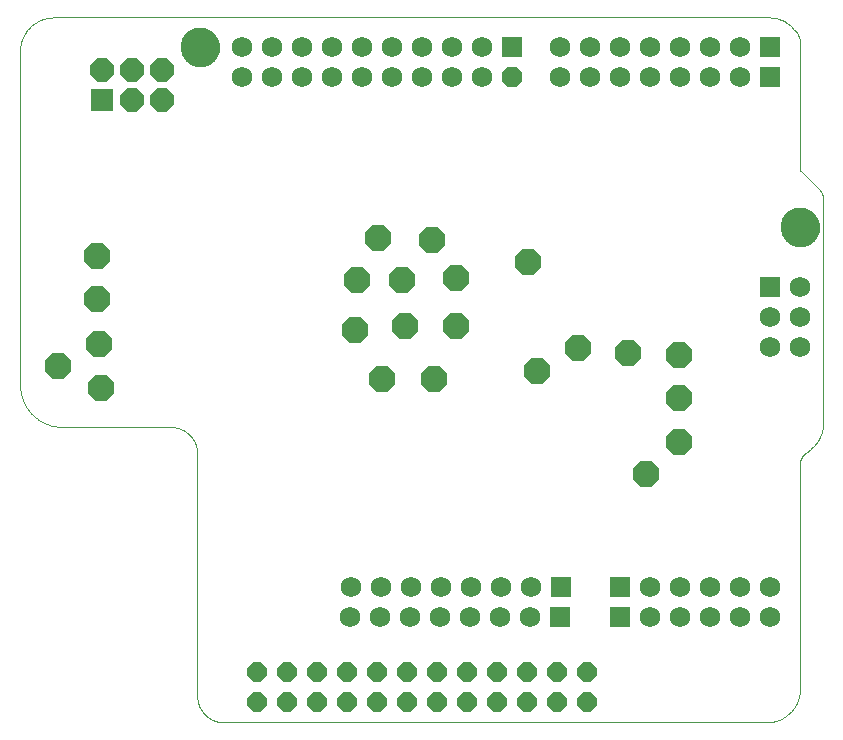
<source format=gts>
G75*
%MOIN*%
%OFA0B0*%
%FSLAX25Y25*%
%IPPOS*%
%LPD*%
%AMOC8*
5,1,8,0,0,1.08239X$1,22.5*
%
%ADD10C,0.00000*%
%ADD11R,0.06900X0.06900*%
%ADD12C,0.06900*%
%ADD13C,0.13000*%
%ADD14R,0.07800X0.07800*%
%ADD15OC8,0.07800*%
%ADD16OC8,0.06400*%
%ADD17OC8,0.06900*%
%ADD18OC8,0.08900*%
D10*
X0064055Y0010103D02*
X0064055Y0090922D01*
X0064052Y0091135D01*
X0064045Y0091347D01*
X0064032Y0091560D01*
X0064014Y0091772D01*
X0063991Y0091983D01*
X0063963Y0092194D01*
X0063929Y0092404D01*
X0063891Y0092613D01*
X0063848Y0092822D01*
X0063799Y0093029D01*
X0063746Y0093235D01*
X0063687Y0093439D01*
X0063624Y0093642D01*
X0063556Y0093844D01*
X0063483Y0094044D01*
X0063405Y0094242D01*
X0063323Y0094438D01*
X0063235Y0094632D01*
X0063143Y0094823D01*
X0063047Y0095013D01*
X0062946Y0095200D01*
X0062840Y0095385D01*
X0062730Y0095567D01*
X0062615Y0095746D01*
X0062497Y0095923D01*
X0062374Y0096096D01*
X0062247Y0096267D01*
X0062115Y0096434D01*
X0061980Y0096599D01*
X0061841Y0096759D01*
X0061698Y0096917D01*
X0061551Y0097071D01*
X0061401Y0097221D01*
X0061247Y0097368D01*
X0061089Y0097511D01*
X0060929Y0097650D01*
X0060764Y0097785D01*
X0060597Y0097917D01*
X0060426Y0098044D01*
X0060253Y0098167D01*
X0060076Y0098285D01*
X0059897Y0098400D01*
X0059715Y0098510D01*
X0059530Y0098616D01*
X0059343Y0098717D01*
X0059153Y0098813D01*
X0058962Y0098905D01*
X0058768Y0098993D01*
X0058572Y0099075D01*
X0058374Y0099153D01*
X0058174Y0099226D01*
X0057972Y0099294D01*
X0057769Y0099357D01*
X0057565Y0099416D01*
X0057359Y0099469D01*
X0057152Y0099518D01*
X0056943Y0099561D01*
X0056734Y0099599D01*
X0056524Y0099633D01*
X0056313Y0099661D01*
X0056102Y0099684D01*
X0055890Y0099702D01*
X0055677Y0099715D01*
X0055465Y0099722D01*
X0055252Y0099725D01*
X0019195Y0099725D01*
X0018852Y0099729D01*
X0018509Y0099742D01*
X0018167Y0099762D01*
X0017825Y0099791D01*
X0017484Y0099828D01*
X0017144Y0099874D01*
X0016805Y0099928D01*
X0016468Y0099989D01*
X0016132Y0100059D01*
X0015798Y0100137D01*
X0015466Y0100224D01*
X0015136Y0100318D01*
X0014809Y0100420D01*
X0014484Y0100530D01*
X0014161Y0100647D01*
X0013842Y0100773D01*
X0013526Y0100906D01*
X0013213Y0101047D01*
X0012904Y0101195D01*
X0012598Y0101351D01*
X0012296Y0101514D01*
X0011999Y0101684D01*
X0011705Y0101862D01*
X0011416Y0102046D01*
X0011131Y0102238D01*
X0010851Y0102436D01*
X0010576Y0102641D01*
X0010306Y0102853D01*
X0010041Y0103071D01*
X0009782Y0103295D01*
X0009528Y0103525D01*
X0009280Y0103762D01*
X0009037Y0104005D01*
X0008800Y0104253D01*
X0008570Y0104507D01*
X0008346Y0104766D01*
X0008128Y0105031D01*
X0007916Y0105301D01*
X0007711Y0105576D01*
X0007513Y0105856D01*
X0007321Y0106141D01*
X0007137Y0106430D01*
X0006959Y0106724D01*
X0006789Y0107021D01*
X0006626Y0107323D01*
X0006470Y0107629D01*
X0006322Y0107938D01*
X0006181Y0108251D01*
X0006048Y0108567D01*
X0005922Y0108886D01*
X0005805Y0109209D01*
X0005695Y0109534D01*
X0005593Y0109861D01*
X0005499Y0110191D01*
X0005412Y0110523D01*
X0005334Y0110857D01*
X0005264Y0111193D01*
X0005203Y0111530D01*
X0005149Y0111869D01*
X0005103Y0112209D01*
X0005066Y0112550D01*
X0005037Y0112892D01*
X0005017Y0113234D01*
X0005004Y0113577D01*
X0005000Y0113920D01*
X0005000Y0225098D01*
X0005003Y0225368D01*
X0005013Y0225637D01*
X0005029Y0225907D01*
X0005052Y0226175D01*
X0005081Y0226444D01*
X0005117Y0226711D01*
X0005159Y0226977D01*
X0005208Y0227243D01*
X0005263Y0227507D01*
X0005324Y0227769D01*
X0005392Y0228031D01*
X0005466Y0228290D01*
X0005546Y0228548D01*
X0005633Y0228803D01*
X0005725Y0229056D01*
X0005824Y0229308D01*
X0005929Y0229556D01*
X0006040Y0229802D01*
X0006156Y0230045D01*
X0006279Y0230286D01*
X0006407Y0230523D01*
X0006541Y0230757D01*
X0006680Y0230988D01*
X0006825Y0231215D01*
X0006976Y0231439D01*
X0007132Y0231659D01*
X0007293Y0231876D01*
X0007459Y0232088D01*
X0007631Y0232296D01*
X0007807Y0232500D01*
X0007989Y0232700D01*
X0008175Y0232895D01*
X0008366Y0233086D01*
X0008561Y0233272D01*
X0008761Y0233454D01*
X0008965Y0233630D01*
X0009173Y0233802D01*
X0009385Y0233968D01*
X0009602Y0234129D01*
X0009822Y0234285D01*
X0010046Y0234436D01*
X0010273Y0234581D01*
X0010504Y0234720D01*
X0010738Y0234854D01*
X0010975Y0234982D01*
X0011216Y0235105D01*
X0011459Y0235221D01*
X0011705Y0235332D01*
X0011953Y0235437D01*
X0012205Y0235536D01*
X0012458Y0235628D01*
X0012713Y0235715D01*
X0012971Y0235795D01*
X0013230Y0235869D01*
X0013492Y0235937D01*
X0013754Y0235998D01*
X0014018Y0236053D01*
X0014284Y0236102D01*
X0014550Y0236144D01*
X0014817Y0236180D01*
X0015086Y0236209D01*
X0015354Y0236232D01*
X0015624Y0236248D01*
X0015893Y0236258D01*
X0016163Y0236261D01*
X0254763Y0236261D01*
X0262006Y0233275D02*
X0263110Y0232178D01*
X0265000Y0227635D02*
X0265000Y0185714D01*
X0265293Y0185007D02*
X0271217Y0179158D01*
X0272717Y0175571D02*
X0272717Y0101174D01*
X0272714Y0100903D01*
X0272704Y0100632D01*
X0272687Y0100361D01*
X0272664Y0100091D01*
X0272635Y0099822D01*
X0272598Y0099553D01*
X0272556Y0099285D01*
X0272506Y0099018D01*
X0272451Y0098753D01*
X0272388Y0098489D01*
X0272320Y0098227D01*
X0272245Y0097966D01*
X0272164Y0097707D01*
X0272076Y0097451D01*
X0271982Y0097196D01*
X0271882Y0096944D01*
X0271776Y0096695D01*
X0271664Y0096448D01*
X0271546Y0096204D01*
X0271422Y0095963D01*
X0271292Y0095724D01*
X0271157Y0095490D01*
X0271016Y0095258D01*
X0270869Y0095030D01*
X0270716Y0094806D01*
X0270559Y0094585D01*
X0270396Y0094369D01*
X0270227Y0094156D01*
X0270054Y0093948D01*
X0269875Y0093743D01*
X0269692Y0093544D01*
X0269504Y0093348D01*
X0269311Y0093158D01*
X0269114Y0092972D01*
X0268912Y0092791D01*
X0268705Y0092615D01*
X0268495Y0092444D01*
X0266956Y0091226D01*
X0264843Y0086856D02*
X0264843Y0033371D01*
X0265000Y0012547D01*
X0264997Y0012275D01*
X0264987Y0012004D01*
X0264970Y0011732D01*
X0264947Y0011462D01*
X0264918Y0011191D01*
X0264882Y0010922D01*
X0264839Y0010653D01*
X0264790Y0010386D01*
X0264735Y0010120D01*
X0264673Y0009855D01*
X0264605Y0009592D01*
X0264530Y0009331D01*
X0264450Y0009071D01*
X0264362Y0008814D01*
X0264269Y0008559D01*
X0264170Y0008306D01*
X0264064Y0008055D01*
X0263953Y0007808D01*
X0263835Y0007562D01*
X0263712Y0007320D01*
X0263583Y0007081D01*
X0263448Y0006845D01*
X0263307Y0006613D01*
X0263161Y0006384D01*
X0263009Y0006158D01*
X0262852Y0005936D01*
X0262690Y0005718D01*
X0262522Y0005504D01*
X0262349Y0005294D01*
X0262172Y0005089D01*
X0261989Y0004888D01*
X0261801Y0004691D01*
X0261609Y0004499D01*
X0261412Y0004311D01*
X0261211Y0004128D01*
X0261006Y0003951D01*
X0260796Y0003778D01*
X0260582Y0003610D01*
X0260364Y0003448D01*
X0260142Y0003291D01*
X0259916Y0003139D01*
X0259687Y0002993D01*
X0259455Y0002852D01*
X0259219Y0002717D01*
X0258980Y0002588D01*
X0258738Y0002465D01*
X0258492Y0002347D01*
X0258245Y0002236D01*
X0257994Y0002130D01*
X0257741Y0002031D01*
X0257486Y0001938D01*
X0257229Y0001850D01*
X0256969Y0001770D01*
X0256708Y0001695D01*
X0256445Y0001627D01*
X0256180Y0001565D01*
X0255914Y0001510D01*
X0255647Y0001461D01*
X0255378Y0001418D01*
X0255109Y0001382D01*
X0254838Y0001353D01*
X0254568Y0001330D01*
X0254296Y0001313D01*
X0254025Y0001303D01*
X0253753Y0001300D01*
X0072859Y0001300D01*
X0072646Y0001303D01*
X0072434Y0001310D01*
X0072221Y0001323D01*
X0072009Y0001341D01*
X0071798Y0001364D01*
X0071587Y0001392D01*
X0071377Y0001426D01*
X0071168Y0001464D01*
X0070959Y0001507D01*
X0070752Y0001556D01*
X0070546Y0001609D01*
X0070342Y0001668D01*
X0070139Y0001731D01*
X0069937Y0001799D01*
X0069737Y0001872D01*
X0069539Y0001950D01*
X0069343Y0002032D01*
X0069149Y0002120D01*
X0068958Y0002212D01*
X0068768Y0002308D01*
X0068581Y0002409D01*
X0068396Y0002515D01*
X0068214Y0002625D01*
X0068035Y0002740D01*
X0067858Y0002858D01*
X0067685Y0002981D01*
X0067514Y0003108D01*
X0067347Y0003240D01*
X0067182Y0003375D01*
X0067022Y0003514D01*
X0066864Y0003657D01*
X0066710Y0003804D01*
X0066560Y0003954D01*
X0066413Y0004108D01*
X0066270Y0004266D01*
X0066131Y0004426D01*
X0065996Y0004591D01*
X0065864Y0004758D01*
X0065737Y0004929D01*
X0065614Y0005102D01*
X0065496Y0005279D01*
X0065381Y0005458D01*
X0065271Y0005640D01*
X0065165Y0005825D01*
X0065064Y0006012D01*
X0064968Y0006202D01*
X0064876Y0006393D01*
X0064788Y0006587D01*
X0064706Y0006783D01*
X0064628Y0006981D01*
X0064555Y0007181D01*
X0064487Y0007383D01*
X0064424Y0007586D01*
X0064365Y0007790D01*
X0064312Y0007996D01*
X0064263Y0008203D01*
X0064220Y0008412D01*
X0064182Y0008621D01*
X0064148Y0008831D01*
X0064120Y0009042D01*
X0064097Y0009253D01*
X0064079Y0009465D01*
X0064066Y0009678D01*
X0064059Y0009890D01*
X0064056Y0010103D01*
X0264843Y0086856D02*
X0264845Y0087004D01*
X0264851Y0087151D01*
X0264861Y0087299D01*
X0264874Y0087446D01*
X0264892Y0087593D01*
X0264913Y0087739D01*
X0264939Y0087884D01*
X0264968Y0088029D01*
X0265001Y0088173D01*
X0265038Y0088316D01*
X0265078Y0088458D01*
X0265122Y0088599D01*
X0265171Y0088739D01*
X0265222Y0088877D01*
X0265278Y0089014D01*
X0265337Y0089150D01*
X0265399Y0089283D01*
X0265465Y0089415D01*
X0265535Y0089546D01*
X0265608Y0089674D01*
X0265684Y0089801D01*
X0265764Y0089925D01*
X0265847Y0090047D01*
X0265933Y0090167D01*
X0266022Y0090285D01*
X0266115Y0090400D01*
X0266210Y0090513D01*
X0266308Y0090623D01*
X0266410Y0090731D01*
X0266514Y0090836D01*
X0266621Y0090938D01*
X0266730Y0091037D01*
X0266842Y0091133D01*
X0266957Y0091226D01*
X0258700Y0166300D02*
X0258702Y0166458D01*
X0258708Y0166617D01*
X0258718Y0166775D01*
X0258732Y0166932D01*
X0258750Y0167090D01*
X0258771Y0167246D01*
X0258797Y0167403D01*
X0258827Y0167558D01*
X0258860Y0167713D01*
X0258898Y0167867D01*
X0258939Y0168020D01*
X0258984Y0168171D01*
X0259033Y0168322D01*
X0259086Y0168471D01*
X0259142Y0168619D01*
X0259203Y0168766D01*
X0259266Y0168911D01*
X0259334Y0169054D01*
X0259405Y0169195D01*
X0259479Y0169335D01*
X0259557Y0169473D01*
X0259639Y0169609D01*
X0259724Y0169742D01*
X0259812Y0169874D01*
X0259903Y0170003D01*
X0259998Y0170130D01*
X0260096Y0170254D01*
X0260197Y0170376D01*
X0260301Y0170496D01*
X0260407Y0170613D01*
X0260517Y0170727D01*
X0260630Y0170838D01*
X0260745Y0170946D01*
X0260864Y0171052D01*
X0260984Y0171154D01*
X0261107Y0171254D01*
X0261233Y0171350D01*
X0261361Y0171443D01*
X0261492Y0171533D01*
X0261624Y0171619D01*
X0261759Y0171702D01*
X0261896Y0171782D01*
X0262035Y0171858D01*
X0262175Y0171931D01*
X0262318Y0172000D01*
X0262462Y0172066D01*
X0262607Y0172128D01*
X0262755Y0172186D01*
X0262903Y0172241D01*
X0263053Y0172292D01*
X0263204Y0172339D01*
X0263357Y0172382D01*
X0263510Y0172421D01*
X0263664Y0172457D01*
X0263819Y0172488D01*
X0263975Y0172516D01*
X0264132Y0172540D01*
X0264289Y0172560D01*
X0264447Y0172576D01*
X0264604Y0172588D01*
X0264763Y0172596D01*
X0264921Y0172600D01*
X0265079Y0172600D01*
X0265237Y0172596D01*
X0265396Y0172588D01*
X0265553Y0172576D01*
X0265711Y0172560D01*
X0265868Y0172540D01*
X0266025Y0172516D01*
X0266181Y0172488D01*
X0266336Y0172457D01*
X0266490Y0172421D01*
X0266643Y0172382D01*
X0266796Y0172339D01*
X0266947Y0172292D01*
X0267097Y0172241D01*
X0267245Y0172186D01*
X0267393Y0172128D01*
X0267538Y0172066D01*
X0267682Y0172000D01*
X0267825Y0171931D01*
X0267965Y0171858D01*
X0268104Y0171782D01*
X0268241Y0171702D01*
X0268376Y0171619D01*
X0268508Y0171533D01*
X0268639Y0171443D01*
X0268767Y0171350D01*
X0268893Y0171254D01*
X0269016Y0171154D01*
X0269136Y0171052D01*
X0269255Y0170946D01*
X0269370Y0170838D01*
X0269483Y0170727D01*
X0269593Y0170613D01*
X0269699Y0170496D01*
X0269803Y0170376D01*
X0269904Y0170254D01*
X0270002Y0170130D01*
X0270097Y0170003D01*
X0270188Y0169874D01*
X0270276Y0169742D01*
X0270361Y0169609D01*
X0270443Y0169473D01*
X0270521Y0169335D01*
X0270595Y0169195D01*
X0270666Y0169054D01*
X0270734Y0168911D01*
X0270797Y0168766D01*
X0270858Y0168619D01*
X0270914Y0168471D01*
X0270967Y0168322D01*
X0271016Y0168171D01*
X0271061Y0168020D01*
X0271102Y0167867D01*
X0271140Y0167713D01*
X0271173Y0167558D01*
X0271203Y0167403D01*
X0271229Y0167246D01*
X0271250Y0167090D01*
X0271268Y0166932D01*
X0271282Y0166775D01*
X0271292Y0166617D01*
X0271298Y0166458D01*
X0271300Y0166300D01*
X0271298Y0166142D01*
X0271292Y0165983D01*
X0271282Y0165825D01*
X0271268Y0165668D01*
X0271250Y0165510D01*
X0271229Y0165354D01*
X0271203Y0165197D01*
X0271173Y0165042D01*
X0271140Y0164887D01*
X0271102Y0164733D01*
X0271061Y0164580D01*
X0271016Y0164429D01*
X0270967Y0164278D01*
X0270914Y0164129D01*
X0270858Y0163981D01*
X0270797Y0163834D01*
X0270734Y0163689D01*
X0270666Y0163546D01*
X0270595Y0163405D01*
X0270521Y0163265D01*
X0270443Y0163127D01*
X0270361Y0162991D01*
X0270276Y0162858D01*
X0270188Y0162726D01*
X0270097Y0162597D01*
X0270002Y0162470D01*
X0269904Y0162346D01*
X0269803Y0162224D01*
X0269699Y0162104D01*
X0269593Y0161987D01*
X0269483Y0161873D01*
X0269370Y0161762D01*
X0269255Y0161654D01*
X0269136Y0161548D01*
X0269016Y0161446D01*
X0268893Y0161346D01*
X0268767Y0161250D01*
X0268639Y0161157D01*
X0268508Y0161067D01*
X0268376Y0160981D01*
X0268241Y0160898D01*
X0268104Y0160818D01*
X0267965Y0160742D01*
X0267825Y0160669D01*
X0267682Y0160600D01*
X0267538Y0160534D01*
X0267393Y0160472D01*
X0267245Y0160414D01*
X0267097Y0160359D01*
X0266947Y0160308D01*
X0266796Y0160261D01*
X0266643Y0160218D01*
X0266490Y0160179D01*
X0266336Y0160143D01*
X0266181Y0160112D01*
X0266025Y0160084D01*
X0265868Y0160060D01*
X0265711Y0160040D01*
X0265553Y0160024D01*
X0265396Y0160012D01*
X0265237Y0160004D01*
X0265079Y0160000D01*
X0264921Y0160000D01*
X0264763Y0160004D01*
X0264604Y0160012D01*
X0264447Y0160024D01*
X0264289Y0160040D01*
X0264132Y0160060D01*
X0263975Y0160084D01*
X0263819Y0160112D01*
X0263664Y0160143D01*
X0263510Y0160179D01*
X0263357Y0160218D01*
X0263204Y0160261D01*
X0263053Y0160308D01*
X0262903Y0160359D01*
X0262755Y0160414D01*
X0262607Y0160472D01*
X0262462Y0160534D01*
X0262318Y0160600D01*
X0262175Y0160669D01*
X0262035Y0160742D01*
X0261896Y0160818D01*
X0261759Y0160898D01*
X0261624Y0160981D01*
X0261492Y0161067D01*
X0261361Y0161157D01*
X0261233Y0161250D01*
X0261107Y0161346D01*
X0260984Y0161446D01*
X0260864Y0161548D01*
X0260745Y0161654D01*
X0260630Y0161762D01*
X0260517Y0161873D01*
X0260407Y0161987D01*
X0260301Y0162104D01*
X0260197Y0162224D01*
X0260096Y0162346D01*
X0259998Y0162470D01*
X0259903Y0162597D01*
X0259812Y0162726D01*
X0259724Y0162858D01*
X0259639Y0162991D01*
X0259557Y0163127D01*
X0259479Y0163265D01*
X0259405Y0163405D01*
X0259334Y0163546D01*
X0259266Y0163689D01*
X0259203Y0163834D01*
X0259142Y0163981D01*
X0259086Y0164129D01*
X0259033Y0164278D01*
X0258984Y0164429D01*
X0258939Y0164580D01*
X0258898Y0164733D01*
X0258860Y0164887D01*
X0258827Y0165042D01*
X0258797Y0165197D01*
X0258771Y0165354D01*
X0258750Y0165510D01*
X0258732Y0165668D01*
X0258718Y0165825D01*
X0258708Y0165983D01*
X0258702Y0166142D01*
X0258700Y0166300D01*
X0272717Y0175571D02*
X0272715Y0175709D01*
X0272709Y0175846D01*
X0272700Y0175984D01*
X0272687Y0176121D01*
X0272670Y0176257D01*
X0272649Y0176393D01*
X0272625Y0176529D01*
X0272597Y0176664D01*
X0272566Y0176798D01*
X0272530Y0176931D01*
X0272491Y0177063D01*
X0272449Y0177194D01*
X0272403Y0177323D01*
X0272353Y0177452D01*
X0272300Y0177579D01*
X0272243Y0177704D01*
X0272184Y0177828D01*
X0272120Y0177950D01*
X0272054Y0178071D01*
X0271984Y0178189D01*
X0271911Y0178306D01*
X0271834Y0178421D01*
X0271755Y0178533D01*
X0271673Y0178644D01*
X0271587Y0178752D01*
X0271499Y0178857D01*
X0271408Y0178960D01*
X0271314Y0179061D01*
X0271217Y0179159D01*
X0265293Y0185007D02*
X0265251Y0185051D01*
X0265213Y0185097D01*
X0265177Y0185146D01*
X0265144Y0185197D01*
X0265115Y0185249D01*
X0265088Y0185304D01*
X0265065Y0185359D01*
X0265045Y0185416D01*
X0265029Y0185475D01*
X0265016Y0185534D01*
X0265007Y0185593D01*
X0265002Y0185654D01*
X0265000Y0185714D01*
X0262006Y0233275D02*
X0261826Y0233450D01*
X0261641Y0233620D01*
X0261452Y0233786D01*
X0261260Y0233947D01*
X0261063Y0234103D01*
X0260863Y0234255D01*
X0260659Y0234402D01*
X0260451Y0234543D01*
X0260241Y0234680D01*
X0260026Y0234811D01*
X0259809Y0234937D01*
X0259589Y0235057D01*
X0259366Y0235173D01*
X0259140Y0235282D01*
X0258911Y0235387D01*
X0258680Y0235485D01*
X0258447Y0235578D01*
X0258211Y0235665D01*
X0257974Y0235747D01*
X0257734Y0235822D01*
X0257493Y0235892D01*
X0257250Y0235956D01*
X0257005Y0236013D01*
X0256760Y0236065D01*
X0256513Y0236111D01*
X0256265Y0236151D01*
X0256016Y0236184D01*
X0255766Y0236212D01*
X0255516Y0236233D01*
X0255265Y0236249D01*
X0255014Y0236258D01*
X0254763Y0236261D01*
X0263110Y0232177D02*
X0263220Y0232065D01*
X0263328Y0231950D01*
X0263433Y0231832D01*
X0263535Y0231711D01*
X0263634Y0231588D01*
X0263730Y0231463D01*
X0263822Y0231335D01*
X0263912Y0231205D01*
X0263998Y0231073D01*
X0264082Y0230939D01*
X0264161Y0230803D01*
X0264238Y0230665D01*
X0264311Y0230525D01*
X0264380Y0230383D01*
X0264446Y0230240D01*
X0264509Y0230095D01*
X0264567Y0229949D01*
X0264623Y0229801D01*
X0264674Y0229652D01*
X0264722Y0229501D01*
X0264766Y0229350D01*
X0264807Y0229197D01*
X0264843Y0229044D01*
X0264876Y0228889D01*
X0264905Y0228734D01*
X0264930Y0228578D01*
X0264951Y0228422D01*
X0264969Y0228265D01*
X0264983Y0228108D01*
X0264992Y0227950D01*
X0264998Y0227793D01*
X0265000Y0227635D01*
X0058700Y0226300D02*
X0058702Y0226458D01*
X0058708Y0226617D01*
X0058718Y0226775D01*
X0058732Y0226932D01*
X0058750Y0227090D01*
X0058771Y0227246D01*
X0058797Y0227403D01*
X0058827Y0227558D01*
X0058860Y0227713D01*
X0058898Y0227867D01*
X0058939Y0228020D01*
X0058984Y0228171D01*
X0059033Y0228322D01*
X0059086Y0228471D01*
X0059142Y0228619D01*
X0059203Y0228766D01*
X0059266Y0228911D01*
X0059334Y0229054D01*
X0059405Y0229195D01*
X0059479Y0229335D01*
X0059557Y0229473D01*
X0059639Y0229609D01*
X0059724Y0229742D01*
X0059812Y0229874D01*
X0059903Y0230003D01*
X0059998Y0230130D01*
X0060096Y0230254D01*
X0060197Y0230376D01*
X0060301Y0230496D01*
X0060407Y0230613D01*
X0060517Y0230727D01*
X0060630Y0230838D01*
X0060745Y0230946D01*
X0060864Y0231052D01*
X0060984Y0231154D01*
X0061107Y0231254D01*
X0061233Y0231350D01*
X0061361Y0231443D01*
X0061492Y0231533D01*
X0061624Y0231619D01*
X0061759Y0231702D01*
X0061896Y0231782D01*
X0062035Y0231858D01*
X0062175Y0231931D01*
X0062318Y0232000D01*
X0062462Y0232066D01*
X0062607Y0232128D01*
X0062755Y0232186D01*
X0062903Y0232241D01*
X0063053Y0232292D01*
X0063204Y0232339D01*
X0063357Y0232382D01*
X0063510Y0232421D01*
X0063664Y0232457D01*
X0063819Y0232488D01*
X0063975Y0232516D01*
X0064132Y0232540D01*
X0064289Y0232560D01*
X0064447Y0232576D01*
X0064604Y0232588D01*
X0064763Y0232596D01*
X0064921Y0232600D01*
X0065079Y0232600D01*
X0065237Y0232596D01*
X0065396Y0232588D01*
X0065553Y0232576D01*
X0065711Y0232560D01*
X0065868Y0232540D01*
X0066025Y0232516D01*
X0066181Y0232488D01*
X0066336Y0232457D01*
X0066490Y0232421D01*
X0066643Y0232382D01*
X0066796Y0232339D01*
X0066947Y0232292D01*
X0067097Y0232241D01*
X0067245Y0232186D01*
X0067393Y0232128D01*
X0067538Y0232066D01*
X0067682Y0232000D01*
X0067825Y0231931D01*
X0067965Y0231858D01*
X0068104Y0231782D01*
X0068241Y0231702D01*
X0068376Y0231619D01*
X0068508Y0231533D01*
X0068639Y0231443D01*
X0068767Y0231350D01*
X0068893Y0231254D01*
X0069016Y0231154D01*
X0069136Y0231052D01*
X0069255Y0230946D01*
X0069370Y0230838D01*
X0069483Y0230727D01*
X0069593Y0230613D01*
X0069699Y0230496D01*
X0069803Y0230376D01*
X0069904Y0230254D01*
X0070002Y0230130D01*
X0070097Y0230003D01*
X0070188Y0229874D01*
X0070276Y0229742D01*
X0070361Y0229609D01*
X0070443Y0229473D01*
X0070521Y0229335D01*
X0070595Y0229195D01*
X0070666Y0229054D01*
X0070734Y0228911D01*
X0070797Y0228766D01*
X0070858Y0228619D01*
X0070914Y0228471D01*
X0070967Y0228322D01*
X0071016Y0228171D01*
X0071061Y0228020D01*
X0071102Y0227867D01*
X0071140Y0227713D01*
X0071173Y0227558D01*
X0071203Y0227403D01*
X0071229Y0227246D01*
X0071250Y0227090D01*
X0071268Y0226932D01*
X0071282Y0226775D01*
X0071292Y0226617D01*
X0071298Y0226458D01*
X0071300Y0226300D01*
X0071298Y0226142D01*
X0071292Y0225983D01*
X0071282Y0225825D01*
X0071268Y0225668D01*
X0071250Y0225510D01*
X0071229Y0225354D01*
X0071203Y0225197D01*
X0071173Y0225042D01*
X0071140Y0224887D01*
X0071102Y0224733D01*
X0071061Y0224580D01*
X0071016Y0224429D01*
X0070967Y0224278D01*
X0070914Y0224129D01*
X0070858Y0223981D01*
X0070797Y0223834D01*
X0070734Y0223689D01*
X0070666Y0223546D01*
X0070595Y0223405D01*
X0070521Y0223265D01*
X0070443Y0223127D01*
X0070361Y0222991D01*
X0070276Y0222858D01*
X0070188Y0222726D01*
X0070097Y0222597D01*
X0070002Y0222470D01*
X0069904Y0222346D01*
X0069803Y0222224D01*
X0069699Y0222104D01*
X0069593Y0221987D01*
X0069483Y0221873D01*
X0069370Y0221762D01*
X0069255Y0221654D01*
X0069136Y0221548D01*
X0069016Y0221446D01*
X0068893Y0221346D01*
X0068767Y0221250D01*
X0068639Y0221157D01*
X0068508Y0221067D01*
X0068376Y0220981D01*
X0068241Y0220898D01*
X0068104Y0220818D01*
X0067965Y0220742D01*
X0067825Y0220669D01*
X0067682Y0220600D01*
X0067538Y0220534D01*
X0067393Y0220472D01*
X0067245Y0220414D01*
X0067097Y0220359D01*
X0066947Y0220308D01*
X0066796Y0220261D01*
X0066643Y0220218D01*
X0066490Y0220179D01*
X0066336Y0220143D01*
X0066181Y0220112D01*
X0066025Y0220084D01*
X0065868Y0220060D01*
X0065711Y0220040D01*
X0065553Y0220024D01*
X0065396Y0220012D01*
X0065237Y0220004D01*
X0065079Y0220000D01*
X0064921Y0220000D01*
X0064763Y0220004D01*
X0064604Y0220012D01*
X0064447Y0220024D01*
X0064289Y0220040D01*
X0064132Y0220060D01*
X0063975Y0220084D01*
X0063819Y0220112D01*
X0063664Y0220143D01*
X0063510Y0220179D01*
X0063357Y0220218D01*
X0063204Y0220261D01*
X0063053Y0220308D01*
X0062903Y0220359D01*
X0062755Y0220414D01*
X0062607Y0220472D01*
X0062462Y0220534D01*
X0062318Y0220600D01*
X0062175Y0220669D01*
X0062035Y0220742D01*
X0061896Y0220818D01*
X0061759Y0220898D01*
X0061624Y0220981D01*
X0061492Y0221067D01*
X0061361Y0221157D01*
X0061233Y0221250D01*
X0061107Y0221346D01*
X0060984Y0221446D01*
X0060864Y0221548D01*
X0060745Y0221654D01*
X0060630Y0221762D01*
X0060517Y0221873D01*
X0060407Y0221987D01*
X0060301Y0222104D01*
X0060197Y0222224D01*
X0060096Y0222346D01*
X0059998Y0222470D01*
X0059903Y0222597D01*
X0059812Y0222726D01*
X0059724Y0222858D01*
X0059639Y0222991D01*
X0059557Y0223127D01*
X0059479Y0223265D01*
X0059405Y0223405D01*
X0059334Y0223546D01*
X0059266Y0223689D01*
X0059203Y0223834D01*
X0059142Y0223981D01*
X0059086Y0224129D01*
X0059033Y0224278D01*
X0058984Y0224429D01*
X0058939Y0224580D01*
X0058898Y0224733D01*
X0058860Y0224887D01*
X0058827Y0225042D01*
X0058797Y0225197D01*
X0058771Y0225354D01*
X0058750Y0225510D01*
X0058732Y0225668D01*
X0058718Y0225825D01*
X0058708Y0225983D01*
X0058702Y0226142D01*
X0058700Y0226300D01*
D11*
X0169000Y0226300D03*
X0255000Y0226300D03*
X0255006Y0216297D03*
X0255000Y0146300D03*
X0205000Y0046300D03*
X0205000Y0036300D03*
X0185000Y0036300D03*
X0185200Y0046300D03*
D12*
X0175200Y0046300D03*
X0165200Y0046300D03*
X0155200Y0046300D03*
X0145200Y0046300D03*
X0135200Y0046300D03*
X0125200Y0046300D03*
X0115200Y0046300D03*
X0115000Y0036300D03*
X0125000Y0036300D03*
X0135000Y0036300D03*
X0145000Y0036300D03*
X0155000Y0036300D03*
X0165000Y0036300D03*
X0175000Y0036300D03*
X0215000Y0036300D03*
X0225000Y0036300D03*
X0235000Y0036300D03*
X0245000Y0036300D03*
X0255000Y0036300D03*
X0255000Y0046300D03*
X0245000Y0046300D03*
X0235000Y0046300D03*
X0225000Y0046300D03*
X0215000Y0046300D03*
X0255000Y0126300D03*
X0265000Y0126300D03*
X0265000Y0136300D03*
X0255000Y0136300D03*
X0265000Y0146300D03*
X0245006Y0216297D03*
X0235006Y0216297D03*
X0225006Y0216297D03*
X0215006Y0216297D03*
X0205006Y0216297D03*
X0195006Y0216297D03*
X0185006Y0216297D03*
X0185000Y0226300D03*
X0195000Y0226300D03*
X0205000Y0226300D03*
X0215000Y0226300D03*
X0225000Y0226300D03*
X0235000Y0226300D03*
X0245000Y0226300D03*
X0159000Y0226300D03*
X0149000Y0226300D03*
X0139000Y0226300D03*
X0129000Y0226300D03*
X0119000Y0226300D03*
X0109000Y0226300D03*
X0099000Y0226300D03*
X0089000Y0226300D03*
X0079000Y0226300D03*
X0078997Y0216297D03*
X0088997Y0216297D03*
X0098997Y0216297D03*
X0108997Y0216297D03*
X0118997Y0216297D03*
X0128997Y0216297D03*
X0138997Y0216297D03*
X0148997Y0216297D03*
X0158997Y0216297D03*
D13*
X0065000Y0226300D03*
X0265000Y0166300D03*
D14*
X0032402Y0208898D03*
D15*
X0042402Y0208898D03*
X0052402Y0208898D03*
X0052402Y0218898D03*
X0042402Y0218898D03*
X0032402Y0218898D03*
D16*
X0083858Y0018111D03*
X0093858Y0018111D03*
X0103858Y0018111D03*
X0113858Y0018111D03*
X0123858Y0018111D03*
X0133858Y0018111D03*
X0143858Y0018111D03*
X0153858Y0018111D03*
X0163858Y0018111D03*
X0173858Y0018111D03*
X0183858Y0018111D03*
X0193858Y0018111D03*
X0193858Y0008111D03*
X0183858Y0008111D03*
X0173858Y0008111D03*
X0163858Y0008111D03*
X0153858Y0008111D03*
X0143858Y0008111D03*
X0133858Y0008111D03*
X0123858Y0008111D03*
X0113858Y0008111D03*
X0103858Y0008111D03*
X0093858Y0008111D03*
X0083858Y0008111D03*
D17*
X0168997Y0216297D03*
D18*
X0142400Y0162100D03*
X0124400Y0162700D03*
X0117200Y0148900D03*
X0132200Y0148900D03*
X0150200Y0149500D03*
X0150200Y0133300D03*
X0133400Y0133300D03*
X0116600Y0132100D03*
X0125600Y0115900D03*
X0143000Y0115900D03*
X0177200Y0118300D03*
X0191000Y0126100D03*
X0207800Y0124300D03*
X0224600Y0123700D03*
X0224600Y0109300D03*
X0224600Y0094900D03*
X0213800Y0084100D03*
X0174200Y0154900D03*
X0030800Y0156700D03*
X0030800Y0142300D03*
X0031400Y0127300D03*
X0017600Y0120100D03*
X0032000Y0112900D03*
M02*

</source>
